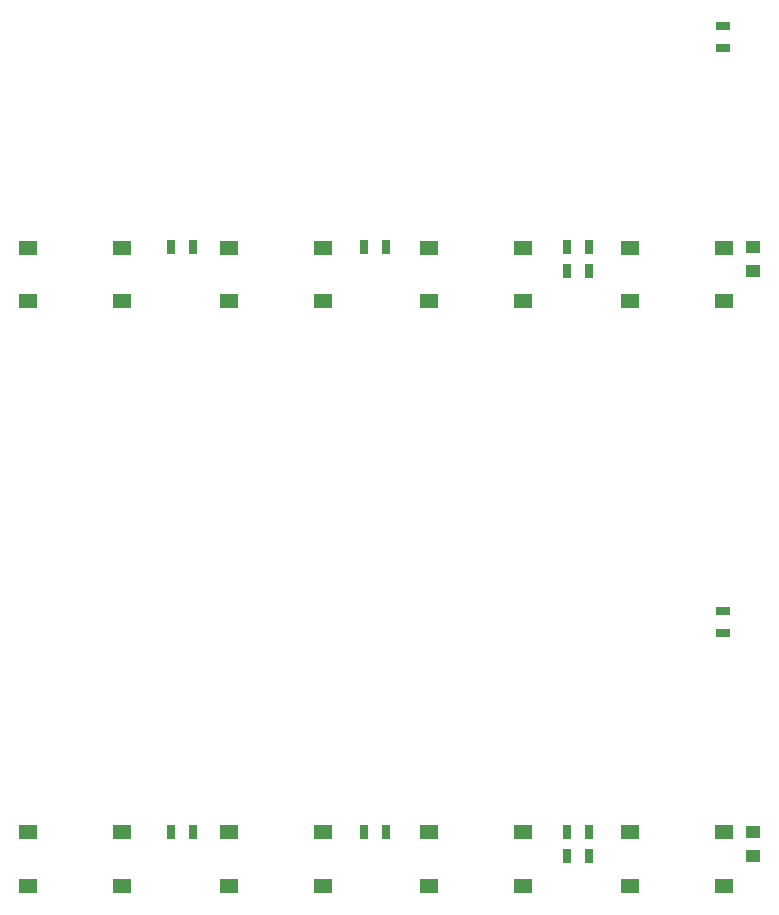
<source format=gbr>
%TF.GenerationSoftware,KiCad,Pcbnew,(5.0.1)-3*%
%TF.CreationDate,2019-02-02T04:30:43+03:00*%
%TF.ProjectId,Thermostat_V1 - Copy,546865726D6F737461745F5631202D20,rev?*%
%TF.SameCoordinates,Original*%
%TF.FileFunction,Paste,Bot*%
%TF.FilePolarity,Positive*%
%FSLAX46Y46*%
G04 Gerber Fmt 4.6, Leading zero omitted, Abs format (unit mm)*
G04 Created by KiCad (PCBNEW (5.0.1)-3) date 2/2/2019 4:30:43 AM*
%MOMM*%
%LPD*%
G01*
G04 APERTURE LIST*
%ADD10R,1.550000X1.300000*%
%ADD11R,0.700000X1.300000*%
%ADD12R,1.300000X0.700000*%
%ADD13R,1.250000X1.000000*%
G04 APERTURE END LIST*
D10*
X38480000Y-142250000D03*
X38480000Y-146750000D03*
X30520000Y-146750000D03*
X30520000Y-142250000D03*
X81520000Y-142250000D03*
X81520000Y-146750000D03*
X89480000Y-146750000D03*
X89480000Y-142250000D03*
X47520000Y-142250000D03*
X47520000Y-146750000D03*
X55480000Y-146750000D03*
X55480000Y-142250000D03*
X72480000Y-142250000D03*
X72480000Y-146750000D03*
X64520000Y-146750000D03*
X64520000Y-142250000D03*
D11*
X42611000Y-142210000D03*
X44511000Y-142210000D03*
D12*
X89408000Y-125380000D03*
X89408000Y-123480000D03*
D11*
X60894000Y-142210000D03*
X58994000Y-142210000D03*
X76139000Y-144242000D03*
X78039000Y-144242000D03*
X76139000Y-142210000D03*
X78039000Y-142210000D03*
D13*
X91948000Y-142226000D03*
X91948000Y-144226000D03*
D10*
X89480000Y-92750000D03*
X89480000Y-97250000D03*
X81520000Y-97250000D03*
X81520000Y-92750000D03*
X64520000Y-92750000D03*
X64520000Y-97250000D03*
X72480000Y-97250000D03*
X72480000Y-92750000D03*
X55480000Y-92750000D03*
X55480000Y-97250000D03*
X47520000Y-97250000D03*
X47520000Y-92750000D03*
X30520000Y-92750000D03*
X30520000Y-97250000D03*
X38480000Y-97250000D03*
X38480000Y-92750000D03*
D13*
X91948000Y-94726000D03*
X91948000Y-92726000D03*
D11*
X44511000Y-92710000D03*
X42611000Y-92710000D03*
X58994000Y-92710000D03*
X60894000Y-92710000D03*
D12*
X89408000Y-73980000D03*
X89408000Y-75880000D03*
D11*
X78039000Y-92710000D03*
X76139000Y-92710000D03*
X78039000Y-94742000D03*
X76139000Y-94742000D03*
M02*

</source>
